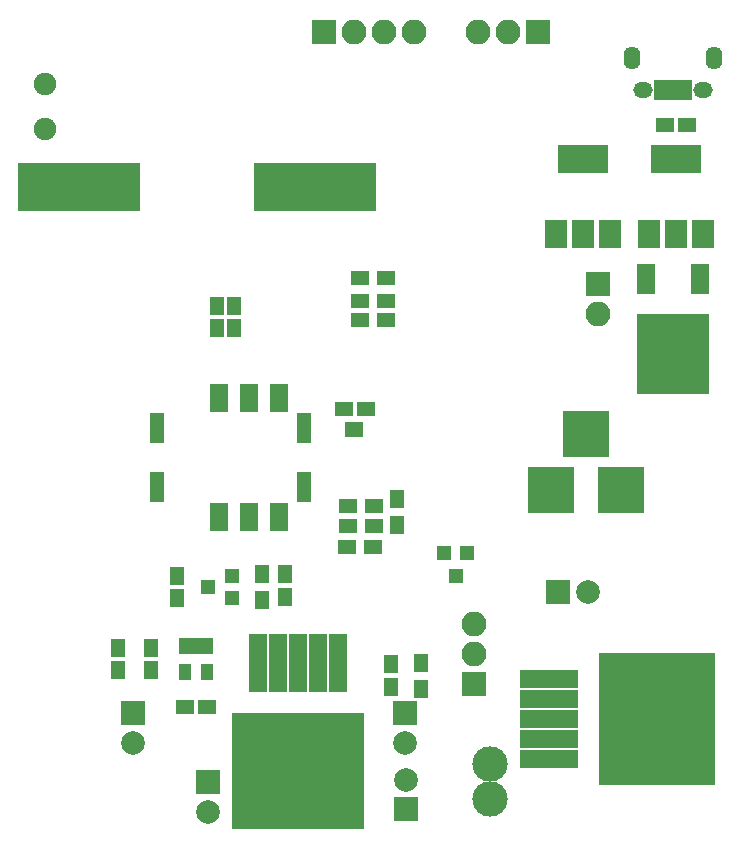
<source format=gbr>
G04 #@! TF.FileFunction,Soldermask,Bot*
%FSLAX46Y46*%
G04 Gerber Fmt 4.6, Leading zero omitted, Abs format (unit mm)*
G04 Created by KiCad (PCBNEW 4.0.5) date 04/12/18 12:11:43*
%MOMM*%
%LPD*%
G01*
G04 APERTURE LIST*
%ADD10C,0.100000*%
%ADD11R,1.600000X2.400000*%
%ADD12R,1.300000X2.600000*%
%ADD13R,3.900000X3.900000*%
%ADD14R,1.200000X1.300000*%
%ADD15R,1.300000X1.200000*%
%ADD16R,1.500000X5.000000*%
%ADD17R,11.200000X9.800000*%
%ADD18R,2.000000X2.000000*%
%ADD19C,2.000000*%
%ADD20R,1.050000X1.460000*%
%ADD21R,2.100000X2.100000*%
%ADD22O,2.100000X2.100000*%
%ADD23R,4.200000X2.400000*%
%ADD24R,1.900000X2.400000*%
%ADD25R,5.000000X1.500000*%
%ADD26R,9.800000X11.200000*%
%ADD27R,1.150000X1.600000*%
%ADD28R,1.600000X1.150000*%
%ADD29C,3.000000*%
%ADD30R,0.800000X1.750000*%
%ADD31O,1.650000X1.350000*%
%ADD32O,1.400000X1.950000*%
%ADD33R,1.600000X1.300000*%
%ADD34R,1.300000X1.600000*%
%ADD35R,1.600000X2.600000*%
%ADD36R,6.200000X6.800000*%
%ADD37C,1.900000*%
%ADD38R,10.400000X4.100000*%
%ADD39R,0.820000X0.620000*%
G04 APERTURE END LIST*
D10*
D11*
X160909000Y-104775000D03*
X158369000Y-104775000D03*
X155829000Y-104775000D03*
X155829000Y-94775000D03*
X158369000Y-94775000D03*
X160909000Y-94775000D03*
D12*
X163099000Y-102275000D03*
X163099000Y-97275000D03*
X150599000Y-102275000D03*
X150599000Y-97275000D03*
D13*
X183946800Y-102514400D03*
X189946800Y-102514400D03*
X186946800Y-97814400D03*
D14*
X174945000Y-107839000D03*
X176845000Y-107839000D03*
X175895000Y-109839000D03*
D15*
X156956000Y-109794000D03*
X156956000Y-111694000D03*
X154956000Y-110744000D03*
D16*
X159160000Y-117161000D03*
X160860000Y-117161000D03*
X162560000Y-117161000D03*
X164260000Y-117161000D03*
X165960000Y-117161000D03*
D17*
X162560000Y-126311000D03*
D18*
X154940000Y-127254000D03*
D19*
X154940000Y-129754000D03*
D18*
X171577000Y-121412000D03*
D19*
X171577000Y-123912000D03*
D18*
X148590000Y-121412000D03*
D19*
X148590000Y-123912000D03*
D20*
X152974000Y-115740000D03*
X153924000Y-115740000D03*
X154874000Y-115740000D03*
X154874000Y-117940000D03*
X152974000Y-117940000D03*
D21*
X164719000Y-63754000D03*
D22*
X167259000Y-63754000D03*
X169799000Y-63754000D03*
X172339000Y-63754000D03*
D23*
X186690000Y-74523200D03*
D24*
X186690000Y-80823200D03*
X184390000Y-80823200D03*
X188990000Y-80823200D03*
D21*
X187960000Y-85090000D03*
D22*
X187960000Y-87630000D03*
D25*
X183836000Y-125320000D03*
X183836000Y-123620000D03*
X183836000Y-121920000D03*
X183836000Y-120220000D03*
X183836000Y-118520000D03*
D26*
X192986000Y-121920000D03*
D23*
X194564000Y-74523200D03*
D24*
X194564000Y-80823200D03*
X192264000Y-80823200D03*
X196864000Y-80823200D03*
D21*
X182880000Y-63754000D03*
D22*
X180340000Y-63754000D03*
X177800000Y-63754000D03*
D27*
X170434000Y-119187000D03*
X170434000Y-117287000D03*
X152273000Y-109794000D03*
X152273000Y-111694000D03*
X155702000Y-88846700D03*
X155702000Y-86946700D03*
D18*
X184607200Y-111201200D03*
D19*
X187107200Y-111201200D03*
D27*
X157162500Y-88846700D03*
X157162500Y-86946700D03*
D18*
X171704000Y-129540000D03*
D19*
X171704000Y-127040000D03*
D28*
X166436000Y-95631000D03*
X168336000Y-95631000D03*
X195514000Y-71628000D03*
X193614000Y-71628000D03*
D27*
X150114000Y-115890000D03*
X150114000Y-117790000D03*
X161417000Y-109667000D03*
X161417000Y-111567000D03*
D28*
X154874000Y-120904000D03*
X152974000Y-120904000D03*
D27*
X147320000Y-117790000D03*
X147320000Y-115890000D03*
D21*
X177495200Y-118973600D03*
D22*
X177495200Y-116433600D03*
X177495200Y-113893600D03*
D29*
X178816000Y-125730000D03*
X178816000Y-128730000D03*
D30*
X193010000Y-68660000D03*
X193660000Y-68660000D03*
X194310000Y-68660000D03*
X194960000Y-68660000D03*
X195610000Y-68660000D03*
D31*
X191810000Y-68660000D03*
X196810000Y-68660000D03*
D32*
X190810000Y-65960000D03*
X197810000Y-65960000D03*
D33*
X168994000Y-103886000D03*
X166794000Y-103886000D03*
X168994000Y-105537000D03*
X166794000Y-105537000D03*
D34*
X170942000Y-105494000D03*
X170942000Y-103294000D03*
D33*
X170010000Y-84582000D03*
X167810000Y-84582000D03*
X167810000Y-88138000D03*
X170010000Y-88138000D03*
X170010000Y-86487000D03*
X167810000Y-86487000D03*
D34*
X172974000Y-119337000D03*
X172974000Y-117137000D03*
D33*
X168867000Y-107315000D03*
X166667000Y-107315000D03*
D34*
X159512000Y-109644000D03*
X159512000Y-111844000D03*
D35*
X192030000Y-84700000D03*
X196590000Y-84700000D03*
D36*
X194310000Y-91000000D03*
D37*
X141173200Y-68122800D03*
X141173200Y-71922800D03*
D38*
X164020500Y-76898500D03*
X144020500Y-76898500D03*
D39*
X167640000Y-97028000D03*
X167640000Y-97428000D03*
X167640000Y-97828000D03*
X166990000Y-97028000D03*
X166990000Y-97428000D03*
X166990000Y-97828000D03*
M02*

</source>
